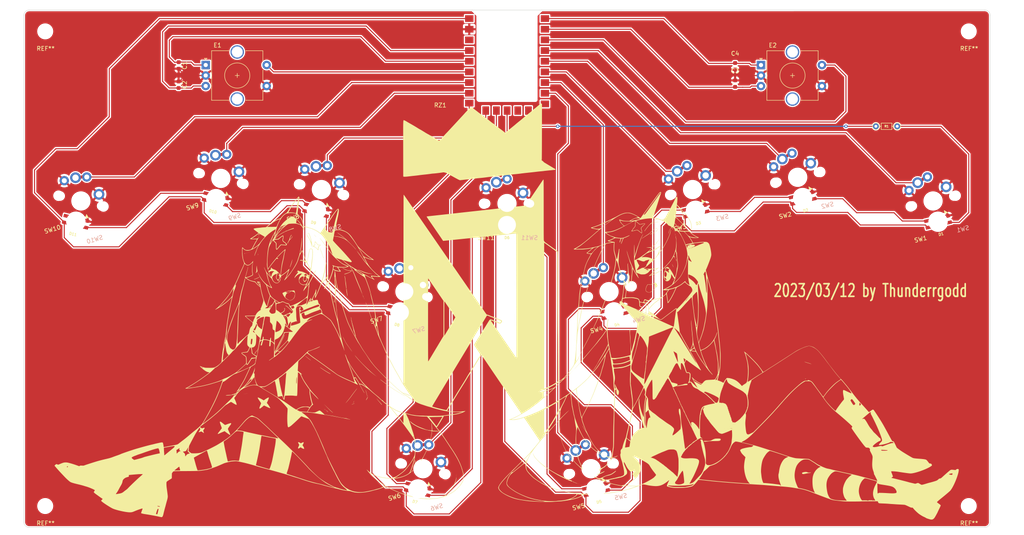
<source format=kicad_pcb>
(kicad_pcb (version 20211014) (generator pcbnew)
  (title_block (title "DJMAX AND etc Controller"))
  (layers (0 "F.Cu" signal) (31 "B.Cu" signal) (34 "B.Paste" user) (35 "F.Paste" user) (36 "B.SilkS" user "B.Silkscreen") (37 "F.SilkS" user "F.Silkscreen") (38 "B.Mask" user) (39 "F.Mask" user) (44 "Edge.Cuts" user))
  (net 0 "")
  (net 1 "GND")
  (net 2 "Net-(RZ1-Pad19)")
  (net 3 "5v")
  (net 4 "Net-(D1-Pad2)")
  (net 5 "Net-(D1-Pad4)")
  (net 6 "Net-(D2-Pad2)")
  (net 7 "Net-(D3-Pad2)")
  (net 8 "Net-(D4-Pad2)")
  (net 9 "Net-(D5-Pad2)")
  (net 10 "Net-(D6-Pad2)")
  (net 11 "Net-(D7-Pad2)")
  (net 12 "Net-(D8-Pad2)")
  (net 13 "Net-(D10-Pad4)")
  (net 14 "Net-(D10-Pad2)")
  (net 16 "Net-(R1-Pad1)")
  (net 17 "Net-(C3-Pad2)")
  (net 18 "Net-(RZ1-Pad4)")
  (net 19 "Net-(RZ1-Pad5)")
  (net 22 "Net-(RZ1-Pad12)")
  (net 23 "Net-(RZ1-Pad13)")
  (net 24 "Net-(RZ1-Pad14)")
  (net 25 "Net-(RZ1-Pad15)")
  (net 26 "Net-(RZ1-Pad16)")
  (net 27 "Net-(RZ1-Pad17)")
  (net 29 "Net-(RZ1-Pad6)")
  (net 30 "Net-(RZ1-Pad7)")
  (net 31 "Net-(RZ1-Pad8)")
  (net 32 "Net-(C2-Pad2)")
  (net 33 "Net-(C4-Pad1)")
  (net 34 "Net-(E1-PadS2)")
  (net 35 "Net-(E2-PadS2)")
  (footprint "acheron_MX:MCX100" (layer "F.Cu") (at 180.674151 71.955806 13.5)
    (fp_text reference "SW3")
    (fp_text value "${REFERENCE}")
  )
  (footprint "Rotary_Encoder:RotaryEncoder_Alps_EC11E-Switch_Vertical_H20mm_CircularMountingHoles" (layer "F.Cu") (at 196.95 42.311371)
    (fp_text reference "E2")
    (fp_text value "RotaryEncoder_Switch")
  )
  (footprint "Keebio-Parts:Mounting hole 3.2mm M3 eco1" (layer "F.Cu") (at 26.67 34.29)
    (fp_text reference "REF**")
    (fp_text value "Mounting hole 3.2mm M3 eco1")
  )
  (footprint "acheron_MX:MCX100" (layer "F.Cu") (at 237.889622 74.674229 13.5)
    (fp_text reference "SW1")
    (fp_text value "${REFERENCE}")
  )
  (footprint "acheron_Components:SK6812MINI_3535_6028_3.2x2.8mm_Round" (layer "F.Cu") (at 161.986267 101.206607 13.5)
    (fp_text reference "D4")
    (fp_text value "SK6812MINI-E")
  )
  (footprint "Capacitor_SMD:C_0603_1608Metric" (layer "F.Cu") (at 58.42 42.4 -90)
    (fp_text reference "C1")
    (fp_text value "C_Small")
  )
  (footprint "acheron_Components:SK6812MINI_3535_6028_3.2x2.8mm_Round" (layer "F.Cu") (at 136.524823 80.371371)
    (fp_text reference "D6")
    (fp_text value "SK6812MINI-E")
  )
  (footprint "acheron_MX:MCX100" (layer "F.Cu") (at 35.160138 74.674706 -13.5)
    (fp_text reference "SW10")
    (fp_text value "${REFERENCE}")
  )
  (footprint "acheron_MX:MCX100" (layer "F.Cu") (at 160.800364 96.266968 13.5)
    (fp_text reference "SW4")
    (fp_text value "${REFERENCE}")
  )
  (footprint "acheron_Components:SK6812MINI_3535_6028_3.2x2.8mm_Round" (layer "F.Cu") (at 157.710903 143.369639 13.5)
    (fp_text reference "D5")
    (fp_text value "SK6812MINI-E")
  )
  (footprint "acheron_Components:SK6812MINI_3535_6028_3.2x2.8mm_Round" (layer "F.Cu") (at 33.974235 79.614345 -13.5)
    (fp_text reference "D11")
    (fp_text value "SK6812MINI-E")
  )
  (footprint "Library:hnm" (layer "F.Cu") (at 135.89 101.092)
    (fp_text reference "2023/03/12 by Thunderrgodd")
    (fp_text value "LOGO" hide)
  )
  (footprint "acheron_MX:MCX100" (layer "F.Cu") (at 136.524823 75.291371)
    (fp_text reference "SW11")
    (fp_text value "${REFERENCE}")
  )
  (footprint "acheron_Components:R_THT_5.08mm_Horizontal" (layer "F.Cu") (at 226.822 56.896)
    (fp_text reference "R1")
    (fp_text value "R_Small")
  )
  (footprint "Keebio-Parts:Mounting hole 3.2mm M3 eco1" (layer "F.Cu") (at 246.38 34.29)
    (fp_text reference "REF**")
    (fp_text value "Mounting hole 3.2mm M3 eco1")
  )
  (footprint "acheron_MX:MCX100" (layer "F.Cu") (at 205.683735 69.036782 13.5)
    (fp_text reference "SW2")
    (fp_text value "${REFERENCE}")
  )
  (footprint "Rotary_Encoder:RotaryEncoder_Alps_EC11E-Switch_Vertical_H20mm_CircularMountingHoles" (layer "F.Cu") (at 64.85 42.3)
    (fp_text reference "E1")
    (fp_text value "RotaryEncoder_Switch")
  )
  (footprint "acheron_Components:SK6812MINI_3535_6028_3.2x2.8mm_Round" (layer "F.Cu") (at 239.075525 79.613868 13.5)
    (fp_text reference "D1")
    (fp_text value "SK6812MINI-E")
  )
  (footprint "acheron_MX:MCX100" (layer "F.Cu") (at 92.375608 71.956283 -13.5)
    (fp_text reference "SW8")
    (fp_text value "${REFERENCE}")
  )
  (footprint "Keebio-Parts:Mounting hole 3.2mm M3 eco1" (layer "F.Cu") (at 246.38 147.32)
    (fp_text reference "REF**")
    (fp_text value "Mounting hole 3.2mm M3 eco1")
  )
  (footprint "acheron_MX:MCX100" (layer "F.Cu") (at 116.52476 138.430477 -13.5)
    (fp_text reference "SW6")
    (fp_text value "${REFERENCE}")
  )
  (footprint "acheron_Components:SK6812MINI_3535_6028_3.2x2.8mm_Round" (layer "F.Cu") (at 181.359282 77.015669 13.5)
    (fp_text reference "D3")
    (fp_text value "SK6812MINI-E")
  )
  (footprint "acheron_Components:SK6812MINI_3535_6028_3.2x2.8mm_Round" (layer "F.Cu") (at 206.869637 73.97642 13.5)
    (fp_text reference "D2")
    (fp_text value "SK6812MINI-E")
  )
  (footprint "acheron_Components:SK6812MINI_3535_6028_3.2x2.8mm_Round" (layer "F.Cu") (at 91.189707 76.895921 -13.5)
    (fp_text reference "D9")
    (fp_text value "SK6812MINI-E")
  )
  (footprint "Keebio-Parts:RP2040-Zero (1)" (layer "F.Cu") (at 127.549823 53.151371)
    (fp_text reference "RZ1")
    (fp_text value "RP2040-Zero")
  )
  (footprint "acheron_MX:MCX100" (layer "F.Cu") (at 156.525 138.43 13.5)
    (fp_text reference "SW5")
    (fp_text value "${REFERENCE}")
  )
  (footprint "acheron_MX:MCX100" (layer "F.Cu") (at 68.45508 69.298717 -13.5)
    (fp_text reference "SW9")
    (fp_text value "${REFERENCE}")
  )
  (footprint "Capacitor_SMD:C_0603_1608Metric" (layer "F.Cu") (at 58.4 47 -90)
    (fp_text reference "C2")
    (fp_text value "C_Small")
  )
  (footprint "acheron_MX:MCX100" (layer "F.Cu") (at 112.249396 96.267445 -13.5)
    (fp_text reference "SW7")
    (fp_text value "${REFERENCE}")
  )
  (footprint "Capacitor_SMD:C_0603_1608Metric" (layer "F.Cu") (at 190.8 42.6 -90)
    (fp_text reference "C4")
    (fp_text value "C_Small")
  )
  (footprint "Capacitor_SMD:C_0603_1608Metric" (layer "F.Cu") (at 190.799996 46.735825 -90)
    (fp_text reference "C3")
    (fp_text value "C_Small")
  )
  (footprint "acheron_Components:SK6812MINI_3535_6028_3.2x2.8mm_Round" (layer "F.Cu") (at 115.338857 143.370116 -13.5)
    (fp_text reference "D7")
    (fp_text value "SK6812MINI-E")
  )
  (footprint "acheron_Components:SK6812MINI_3535_6028_3.2x2.8mm_Round" (layer "F.Cu") (at 67.269177 74.238357 -13.5)
    (fp_text reference "D10")
    (fp_text value "SK6812MINI-E")
  )
  (footprint "Keebio-Parts:Mounting hole 3.2mm M3 eco1" (layer "F.Cu") (at 26.67 147.32)
    (fp_text reference "REF**")
    (fp_text value "Mounting hole 3.2mm M3 eco1")
  )
  (footprint "acheron_Components:SK6812MINI_3535_6028_3.2x2.8mm_Round" (layer "F.Cu") (at 111.063493 101.207085 -13.5)
    (fp_text reference "D8")
    (fp_text value "SK6812MINI-E")
  )
  (gr_arc (start 21.59 30.48) (mid 21.961955 29.581955) (end 22.86 29.21) (layer "Edge.Cuts") (width 0.1))
  (gr_line (start 251.46 30.48) (end 251.46 151.28) (layer "Edge.Cuts") (width 0.1))
  (gr_arc (start 251.46 151.28) (mid 251.036655 152.080002) (end 250.19 152.4) (layer "Edge.Cuts") (width 0.1))
  (gr_arc (start 22.86 152.4) (mid 21.961974 152.028026) (end 21.59 151.13) (layer "Edge.Cuts") (width 0.1))
  (gr_line (start 21.59 30.48) (end 21.59 151.13) (layer "Edge.Cuts") (width 0.1))
  (gr_line (start 250.19 152.4) (end 22.86 152.4) (layer "Edge.Cuts") (width 0.1))
  (gr_arc (start 250.2 29.2) (mid 251.092159 29.581937) (end 251.46 30.48) (layer "Edge.Cuts") (width 0.1))
  (gr_line (start 144.78 29.21) (end 250.2 29.2) (layer "Edge.Cuts") (width 0.1))
  (gr_line (start 128.27 29.21) (end 22.86 29.21) (layer "Edge.Cuts") (width 0.1))
  (gr_line (start 128.27 29.21) (end 144.78 29.21) (layer "Edge.Cuts") (width 0.1))
  (segment (start 195.011371 44.811371) (end 193.911371 45.911371) (width 0.25) (layer "F.Cu") (net 1))
  (segment (start 58.4 46.205) (end 58.42 46.225) (width 0.25) (layer "F.Cu") (net 1))
  (segment (start 58.575 46.225) (end 58.42 46.225) (width 0.25) (layer "F.Cu") (net 1))
  (segment (start 193.861917 45.960825) (end 193.911371 45.911371) (width 0.25) (layer "F.Cu") (net 1))
  (segment (start 193.575 43.375) (end 190.8 43.375) (width 0.25) (layer "F.Cu") (net 1))
  (segment (start 195.011371 44.811371) (end 193.575 43.375) (width 0.25) (layer "F.Cu") (net 1))
  (segment (start 60 44.8) (end 58.4 43.2) (width 0.25) (layer "F.Cu") (net 1))
  (segment (start 196.95 44.811371) (end 195.011371 44.811371) (width 0.25) (layer "F.Cu") (net 1))
  (segment (start 190.799996 45.960825) (end 193.861917 45.960825) (width 0.25) (layer "F.Cu") (net 1))
  (segment (start 60 44.8) (end 58.575 46.225) (width 0.25) (layer "F.Cu") (net 1))
  (segment (start 64.85 44.8) (end 60 44.8) (width 0.25) (layer "F.Cu") (net 1))
  (segment (start 192.600004 46.049996) (end 192.6 46.05) (width 0.25) (layer "F.Cu") (net 1))
  (segment (start 64.85 42.3) (end 62.1 42.3) (width 0.25) (layer "F.Cu") (net 2))
  (segment (start 56.2 36.4) (end 57.04 35.56) (width 0.25) (layer "F.Cu") (net 2))
  (segment (start 57.04 35.56) (end 101.76 35.56) (width 0.25) (layer "F.Cu") (net 2))
  (segment (start 62.1 42.3) (end 61.4 41.6) (width 0.25) (layer "F.Cu") (net 2))
  (segment (start 107.601371 41.401371) (end 127.549823 41.401371) (width 0.25) (layer "F.Cu") (net 2))
  (segment (start 101.76 35.56) (end 107.601371 41.401371) (width 0.25) (layer "F.Cu") (net 2))
  (segment (start 57.45 41.65) (end 56.2 40.4) (width 0.25) (layer "F.Cu") (net 2))
  (segment (start 56.2 40.4) (end 56.2 36.4) (width 0.25) (layer "F.Cu") (net 2))
  (segment (start 61.4 41.6) (end 58.45 41.6) (width 0.25) (layer "F.Cu") (net 2))
  (segment (start 58.45 41.6) (end 58.4 41.65) (width 0.25) (layer "F.Cu") (net 2))
  (segment (start 58.4 41.65) (end 57.45 41.65) (width 0.25) (layer "F.Cu") (net 2))
  (segment (start 104.394 129.54) (end 104.394 139.446) (width 0.25) (layer "F.Cu") (net 3))
  (segment (start 130.302 141.698) (end 130.302 81.788) (width 0.25) (layer "F.Cu") (net 3))
  (segment (start 160.2 105) (end 168.2 105) (width 0.25) (layer "F.Cu") (net 3))
  (segment (start 122.8 149.2) (end 130.302 141.698) (width 0.25) (layer "F.Cu") (net 3))
  (segment (start 220.6 80.4) (end 236.054608 80.4) (width 0.25) (layer "F.Cu") (net 3))
  (segment (start 127.549823 31.241371) (end 53.848629 31.241371) (width 0.25) (layer "F.Cu") (net 3))
  (segment (start 104.394 139.446) (end 107.696 142.748) (width 0.25) (layer "F.Cu") (net 3))
  (segment (start 168.2 127.2) (end 154.178 113.178) (width 0.25) (layer "F.Cu") (net 3))
  (segment (start 41.91 54.61) (end 34.29 62.23) (width 0.25) (layer "F.Cu") (net 3))
  (segment (start 159.579713 102.607102) (end 159.579713 104.379713) (width 0.25) (layer "F.Cu") (net 3))
  (segment (start 159.080611 102.108) (end 159.579713 102.607102) (width 0.25) (layer "F.Cu") (net 3))
  (segment (start 131.572 80.518) (end 133.204452 80.518) (width 0.25) (layer "F.Cu") (net 3))
  (segment (start 205.4 77.4) (end 217.6 77.4) (width 0.25) (layer "F.Cu") (net 3))
  (segment (start 136 108.314) (end 136 131.936) (width 0.25) (layer "F.Cu") (net 3))
  (segment (start 204.463083 75.376915) (end 204.463083 76.463083) (width 0.25) (layer "F.Cu") (net 3))
  (segment (start 159.579713 104.379713) (end 160.2 105) (width 0.25) (layer "F.Cu") (net 3))
  (segment (start 133.204452 80.518) (end 133.857823 81.171371) (width 0.25) (layer "F.Cu") (net 3))
  (segment (start 99.06 100.584) (end 107.505044 100.584) (width 0.25) (layer "F.Cu") (net 3))
  (segment (start 165.4 148.8) (end 168.2 146) (width 0.25) (layer "F.Cu") (net 3))
  (segment (start 204.016168 74.93) (end 204.463083 75.376915) (width 0.25) (layer "F.Cu") (net 3))
  (segment (start 190.6 81.8) (end 197.47 74.93) (width 0.25) (layer "F.Cu") (net 3))
  (segment (start 178.514564 77.978) (end 178.952728 78.416164) (width 0.25) (layer "F.Cu") (net 3))
  (segment (start 136 131.936) (end 148.082 144.018) (width 0.25) (layer "F.Cu") (net 3))
  (segment (start 154.178 144.018) (end 154.686 144.526) (width 0.25) (layer "F.Cu") (net 3))
  (segment (start 133.857823 81.171371) (end 133.857823 106.171823) (width 0.25) (layer "F.Cu") (net 3))
  (segment (start 111.781377 142.748) (end 112.55879 143.525413) (width 0.25) (layer "F.Cu") (net 3))
  (segment (start 41.91 43.18) (end 41.91 54.61) (width 0.25) (layer "F.Cu") (net 3))
  (segment (start 80.22 79.8) (end 84.22 75.8) (width 0.25) (layer "F.Cu") (net 3))
  (segment (start 24.13 67.31) (end 24.13 72.705474) (width 0.25) (layer "F.Cu") (net 3))
  (segment (start 64.48911 74.393654) (end 64.48911 77.48911) (width 0.25) (layer "F.Cu") (net 3))
  (segment (start 154.178 104.902) (end 156.972 102.108) (width 0.25) (layer "F.Cu") (net 3))
  (segment (start 173.2 100) (end 173.2 80.546) (width 0.25) (layer "F.Cu") (net 3))
  (segment (start 87.158422 75.8) (end 88.40964 77.051218) (width 0.25) (layer "F.Cu") (net 3))
  (segment (start 53.848629 31.241371) (end 41.91 43.18) (width 0.25) (layer "F.Cu") (net 3))
  (segment (start 44.2 85.6) (end 56.14 73.66) (width 0.25) (layer "F.Cu") (net 3))
  (segment (start 133.857823 106.171823) (end 136 108.314) (width 0.25) (layer "F.Cu") (net 3))
  (segment (start 108.283426 101.362382) (end 108.283426 125.650574) (width 0.25) (layer "F.Cu") (net 3))
  (segment (start 178.952728 78.416164) (end 178.952728 80.352728) (width 0.25) (layer "F.Cu") (net 3))
  (segment (start 157 148.8) (end 165.4 148.8) (width 0.25) (layer "F.Cu") (net 3))
  (segment (start 108.283426 125.650574) (end 104.394 129.54) (width 0.25) (layer "F.Cu") (net 3))
  (segment (start 84.22 75.8) (end 87.158422 75.8) (width 0.25) (layer "F.Cu") (net 3))
  (segment (start 107.505044 100.584) (end 108.283426 101.362382) (width 0.25) (layer "F.Cu") (net 3))
  (segment (start 88.40964 89.93364) (end 99.06 100.584) (width 0.25) (layer "F.Cu") (net 3))
  (segment (start 24.13 72.705474) (end 31.194168 79.769642) (width 0.25) (layer "F.Cu") (net 3))
  (segment (start 175.768 77.978) (end 178.514564 77.978) (width 0.25) (layer "F.Cu") (net 3))
  (segment (start 168.2 105) (end 173.2 100) (width 0.25) (layer "F.Cu") (net 3))
  (segment (start 34.29 62.23) (end 29.21 62.23) (width 0.25) (layer "F.Cu") (net 3))
  (segment (start 180.4 81.8) (end 190.6 81.8) (width 0.25) (layer "F.Cu") (net 3))
  (segment (start 168.2 146) (end 168.2 127.2) (width 0.25) (layer "F.Cu") (net 3))
  (segment (start 31.2 83.4) (end 33.4 85.6) (width 0.25) (layer "F.Cu") (net 3))
  (segment (start 56.14 73.66) (end 63.755456 73.66) (width 0.25) (layer "F.Cu") (net 3))
  (segment (start 114.402 149.2) (end 122.8 149.2) (width 0.25) (layer "F.Cu") (net 3))
  (segment (start 148.082 144.018) (end 154.178 144.018) (width 0.25) (layer "F.Cu") (net 3))
  (segment (start 178.952728 80.352728) (end 180.4 81.8) (width 0.25) (layer "F.Cu") (net 3))
  (segment (start 33.4 85.6) (end 44.2 85.6) (width 0.25) (layer "F.Cu") (net 3))
  (segment (start 112.55879 147.35679) (end 114.402 149.2) (width 0.25) (layer "F.Cu") (net 3))
  (segment (start 63.755456 73.66) (end 64.48911 74.393654) (width 0.25) (layer "F.Cu") (net 3))
  (segment (start 88.40964 77.051218) (end 88.40964 89.93364) (width 0.25) (layer "F.Cu") (net 3))
  (segment (start 154.178 113.178) (end 154.178 104.902) (width 0.25) (layer "F.Cu") (net 3))
  (segment (start 107.696 142.748) (end 111.781377 142.748) (width 0.25) (layer "F.Cu") (net 3))
  (segment (start 29.21 62.23) (end 24.13 67.31) (width 0.25) (layer "F.Cu") (net 3))
  (segment (start 197.47 74.93) (end 204.016168 74.93) (width 0.25) (layer "F.Cu") (net 3))
  (segment (start 217.6 77.4) (end 220.6 80.4) (width 0.25) (layer "F.Cu") (net 3))
  (segment (start 156.972 102.108) (end 159.080611 102.108) (width 0.25) (layer "F.Cu") (net 3))
  (segment (start 173.2 80.546) (end 175.768 77.978) (width 0.25) (layer "F.Cu") (net 3))
  (segment (start 112.55879 143.525413) (end 112.55879 147.35679) (width 0.25) (layer "F.Cu") (net 3))
  (segment (start 66.8 79.8) (end 80.22 79.8) (width 0.25) (layer "F.Cu") (net 3))
  (segment (start 31.194168 79.769642) (end 31.2 79.775474) (width 0.25) (layer "F.Cu") (net 3))
  (segment (start 64.48911 77.48911) (end 66.8 79.8) (width 0.25) (layer "F.Cu") (net 3))
  (segment (start 31.2 79.775474) (end 31.2 83.4) (width 0.25) (layer "F.Cu") (net 3))
  (segment (start 204.463083 76.463083) (end 205.4 77.4) (width 0.25) (layer "F.Cu") (net 3))
  (segment (start 236.054608 80.4) (end 236.668971 81.014363) (width 0.25) (layer "F.Cu") (net 3))
  (segment (start 130.302 81.788) (end 131.572 80.518) (width 0.25) (layer "F.Cu") (net 3))
  (segment (start 155.304349 147.104349) (end 157 148.8) (width 0.25) (layer "F.Cu") (net 3))
  (segment (start 155.304349 144.770134) (end 155.304349 147.104349) (width 0.25) (layer "F.Cu") (net 3))
  (segment (start 219.71 77.47) (end 228.6 77.47) (width 0.25) (layer "F.Cu") (net 4))
  (segment (start 230.582641 79.452641) (end 236.320156 79.452641) (width 0.25) (layer "F.Cu") (net 4))
  (segment (start 209.625006 74.137647) (end 216.377647 74.137647) (width 0.25) (layer "F.Cu") (net 4))
  (segment (start 228.6 77.47) (end 230.582641 79.452641) (width 0.25) (layer "F.Cu") (net 4))
  (segment (start 216.377647 74.137647) (end 219.71 77.47) (width 0.25) (layer "F.Cu") (net 4))
  (segment (start 229.362 56.896) (end 239.776 56.896) (width 0.25) (layer "F.Cu") (net 5))
  (segment (start 246.38 77.47) (end 246.38 63.5) (width 0.25) (layer "F.Cu") (net 5))
  (segment (start 239.776 56.896) (end 246.38 63.5) (width 0.25) (layer "F.Cu") (net 5))
  (segment (start 241.830894 79.775095) (end 244.074905 79.775095) (width 0.25) (layer "F.Cu") (net 5))
  (segment (start 244.074905 79.775095) (end 246.38 77.47) (width 0.25) (layer "F.Cu") (net 5))
  (segment (start 184.114651 77.176896) (end 192.063104 77.176896) (width 0.25) (layer "F.Cu") (net 6))
  (segment (start 192.063104 77.176896) (end 195.424807 73.815193) (width 0.25) (layer "F.Cu") (net 6))
  (segment (start 195.424807 73.815193) (end 204.114268 73.815193) (width 0.25) (layer "F.Cu") (net 6))
  (segment (start 171.45 97.79) (end 171.45 78.74) (width 0.25) (layer "F.Cu") (net 7))
  (segment (start 167.872166 101.367834) (end 171.45 97.79) (width 0.25) (layer "F.Cu") (net 7))
  (segment (start 164.741636 101.367834) (end 167.872166 101.367834) (width 0.25) (layer "F.Cu") (net 7))
  (segment (start 173.335558 76.854442) (end 178.603913 76.854442) (width 0.25) (layer "F.Cu") (net 7))
  (segment (start 171.45 78.74) (end 173.335558 76.854442) (width 0.25) (layer "F.Cu") (net 7))
  (segment (start 153.67 100.33) (end 158.515518 100.33) (width 0.25) (layer "F.Cu") (net 8))
  (segment (start 151.13 102.87) (end 153.67 100.33) (width 0.25) (layer "F.Cu") (net 8))
  (segment (start 151.13 119.38) (end 151.13 102.87) (width 0.25) (layer "F.Cu") (net 8))
  (segment (start 163.809134 143.530866) (end 166.37 140.97) (width 0.25) (layer "F.Cu") (net 8))
  (segment (start 158.515518 100.33) (end 159.230898 101.04538) (width 0.25) (layer "F.Cu") (net 8))
  (segment (start 166.37 128.27) (end 161.29 123.19) (width 0.25) (layer "F.Cu") (net 8))
  (segment (start 154.94 123.19) (end 151.13 119.38) (width 0.25) (layer "F.Cu") (net 8))
  (segment (start 166.37 140.97) (end 166.37 128.27) (width 0.25) (layer "F.Cu") (net 8))
  (segment (start 161.29 123.19) (end 154.94 123.19) (width 0.25) (layer "F.Cu") (net 8))
  (segment (start 160.466272 143.530866) (end 163.809134 143.530866) (width 0.25) (layer "F.Cu") (net 8))
  (segment (start 146.05 88.054948) (end 146.05 139.7) (width 0.25) (layer "F.Cu") (net 9))
  (segment (start 139.166423 81.171371) (end 146.05 88.054948) (width 0.25) (layer "F.Cu") (net 9))
  (segment (start 146.05 139.7) (end 149.558412 143.208412) (width 0.25) (layer "F.Cu") (net 9))
  (segment (start 149.558412 143.208412) (end 154.955534 143.208412) (width 0.25) (layer "F.Cu") (net 9))
  (segment (start 128.27 82.55) (end 131.248629 79.571371) (width 0.25) (layer "F.Cu") (net 10))
  (segment (start 131.248629 79.571371) (end 133.883223 79.571371) (width 0.25) (layer "F.Cu") (net 10))
  (segment (start 121.935319 144.764681) (end 128.27 138.43) (width 0.25) (layer "F.Cu") (net 10))
  (segment (start 128.27 138.43) (end 128.27 82.55) (width 0.25) (layer "F.Cu") (net 10))
  (segment (start 117.720713 144.764681) (end 121.935319 144.764681) (width 0.25) (layer "F.Cu") (net 10))
  (segment (start 113.445349 102.60165) (end 114.2 103.356301) (width 0.25) (layer "F.Cu") (net 11))
  (segment (start 114.2 122.6) (end 107.95 128.85) (width 0.25) (layer "F.Cu") (net 11))
  (segment (start 110.225551 141.975551) (end 112.957001 141.975551) (width 0.25) (layer "F.Cu") (net 11))
  (segment (start 107.95 139.7) (end 110.225551 141.975551) (width 0.25) (layer "F.Cu") (net 11))
  (segment (start 107.95 128.85) (end 107.95 139.7) (width 0.25) (layer "F.Cu") (net 11))
  (segment (start 114.2 103.356301) (end 114.2 122.6) (width 0.25) (layer "F.Cu") (net 11))
  (segment (start 93.571563 78.290486) (end 93.571563 93.571563) (width 0.25) (layer "F.Cu") (net 12))
  (segment (start 93.571563 93.571563) (end 99.81252 99.81252) (width 0.25) (layer "F.Cu") (net 12))
  (segment (start 99.81252 99.81252) (end 108.681637 99.81252) (width 0.25) (layer "F.Cu") (net 12))
  (segment (start 71.218111 77.2) (end 80.28 77.2) (width 0.25) (layer "F.Cu") (net 13))
  (segment (start 87.906495 74.6) (end 88.807851 75.501356) (width 0.25) (layer "F.Cu") (net 13))
  (segment (start 80.28 77.2) (end 82.88 74.6) (width 0.25) (layer "F.Cu") (net 13))
  (segment (start 82.88 74.6) (end 87.906495 74.6) (width 0.25) (layer "F.Cu") (net 13))
  (segment (start 69.651033 75.632922) (end 71.218111 77.2) (width 0.25) (layer "F.Cu") (net 13))
  (segment (start 45.99109 81.00891) (end 54.156208 72.843792) (width 0.25) (layer "F.Cu") (net 14))
  (segment (start 36.356091 81.00891) (end 45.99109 81.00891) (width 0.25) (layer "F.Cu") (net 14))
  (segment (start 54.156208 72.843792) (end 64.887321 72.843792) (width 0.25) (layer "F.Cu") (net 14))
  (segment (start 224.282 56.896) (end 217.17 56.896) (width 0.25) (layer "F.Cu") (net 16))
  (segment (start 141.629823 55.777823) (end 141.629823 53.151371) (width 0.25) (layer "F.Cu") (net 16))
  (segment (start 142.748 56.896) (end 141.629823 55.777823) (width 0.25) (layer "F.Cu") (net 16))
  (segment (start 148.59 56.896) (end 142.748 56.896) (width 0.25) (layer "F.Cu") (net 16))
  (via (at 148.59 56.896) (size 0.8) (drill 0.4) (layers "F.Cu" "B.Cu") (net 16))
  (via (at 217.17 56.896) (size 0.8) (drill 0.4) (layers "F.Cu" "B.Cu") (net 16))
  (segment (start 148.59 56.896) (end 217.17 56.896) (width 0.25) (layer "B.Cu") (net 16))
  (segment (start 192.6 47.6) (end 179.8 47.6) (width 0.25) (layer "F.Cu") (net 17))
  (segment (start 165.981371 33.781371) (end 145.549823 33.781371) (width 0.25) (layer "F.Cu") (net 17))
  (segment (start 194.688629 47.311371) (end 194.4 47.6) (width 0.25) (layer "F.Cu") (net 17))
  (segment (start 196.95 47.311371) (end 194.688629 47.311371) (width 0.25) (layer "F.Cu") (net 17))
  (segment (start 194.4 47.6) (end 192.6 47.6) (width 0.25) (layer "F.Cu") (net 17))
  (segment (start 179.8 47.6) (end 165.981371 33.781371) (width 0.25) (layer "F.Cu") (net 17))
  (segment (start 234.2339 70.327541) (end 229.077541 70.327541) (width 0.25) (layer "F.Cu") (net 18))
  (segment (start 217.17 58.42) (end 177.8 58.42) (width 0.25) (layer "F.Cu") (net 18))
  (segment (start 229.077541 70.327541) (end 217.17 58.42) (width 0.25) (layer "F.Cu") (net 18))
  (segment (start 158.241371 38.861371) (end 145.549823 38.861371) (width 0.25) (layer "F.Cu") (net 18))
  (segment (start 177.8 58.42) (end 158.241371 38.861371) (width 0.25) (layer "F.Cu") (net 18))
  (segment (start 155.701371 41.401371) (end 145.549823 41.401371) (width 0.25) (layer "F.Cu") (net 19))
  (segment (start 175.26 60.96) (end 155.701371 41.401371) (width 0.25) (layer "F.Cu") (net 19))
  (segment (start 202.028013 64.690094) (end 198.297919 60.96) (width 0.25) (layer "F.Cu") (net 19))
  (segment (start 198.297919 60.96) (end 175.26 60.96) (width 0.25) (layer "F.Cu") (net 19))
  (segment (start 136.549823 69.416371) (end 136.549823 53.151371) (width 0.25) (layer "F.Cu") (net 22))
  (segment (start 123.19 127.454201) (end 123.19 74.422) (width 0.25) (layer "F.Cu") (net 23))
  (segment (start 132.08 65.532) (end 132.08 62.992) (width 0.25) (layer "F.Cu") (net 23))
  (segment (start 123.19 74.422) (end 132.08 65.532) (width 0.25) (layer "F.Cu") (net 23))
  (segment (start 132.08 62.992) (end 134.009823 61.062177) (width 0.25) (layer "F.Cu") (net 23))
  (segment (start 117.920561 132.72364) (end 123.19 127.454201) (width 0.25) (layer "F.Cu") (net 23))
  (segment (start 134.009823 61.062177) (end 134.009823 53.151371) (width 0.25) (layer "F.Cu") (net 23))
  (segment (start 113.645197 90.316803) (end 113.792 90.17) (width 0.25) (layer "F.Cu") (net 24))
  (segment (start 113.645197 90.560608) (end 113.645197 77.362803) (width 0.25) (layer "F.Cu") (net 24))
  (segment (start 131.469823 59.538177) (end 131.469823 53.151371) (width 0.25) (layer "F.Cu") (net 24))
  (segment (start 113.645197 90.560608) (end 113.645197 90.316803) (width 0.25) (layer "F.Cu") (net 24))
  (segment (start 113.645197 77.362803) (end 131.469823 59.538177) (width 0.25) (layer "F.Cu") (net 24))
  (segment (start 97.79 59.69) (end 122.555 59.69) (width 0.25) (layer "F.Cu") (net 25))
  (segment (start 93.771409 66.249446) (end 93.771409 63.708591) (width 0.25) (layer "F.Cu") (net 25))
  (segment (start 93.771409 63.708591) (end 97.79 59.69) (width 0.25) (layer "F.Cu") (net 25))
  (segment (start 127.549823 54.695177) (end 127.549823 51.373371) (width 0.25) (layer "F.Cu") (net 25))
  (segment (start 122.555 59.69) (end 127.549823 54.695177) (width 0.25) (layer "F.Cu") (net 25))
  (segment (start 69.850881 63.59188) (end 69.850881 60.960881) (width 0.25) (layer "F.Cu") (net 26))
  (segment (start 73.66 57.15) (end 101.6 57.15) (width 0.25) (layer "F.Cu") (net 26))
  (segment (start 69.850881 60.960881) (end 69.85 60.96) (width 0.25) (layer "F.Cu") (net 26))
  (segment (start 109.728629 49.021371) (end 127.549823 49.021371) (width 0.25) (layer "F.Cu") (net 26))
  (segment (start 69.85 60.96) (end 73.66 57.15) (width 0.25) (layer "F.Cu") (net 26))
  (segment (start 101.6 57.15) (end 109.728629 49.021371) (width 0.25) (layer "F.Cu") (net 26))
  (segment (start 47.872131 68.967869) (end 62.23 54.61) (width 0.25) (layer "F.Cu") (net 27))
  (segment (start 91.44 54.61) (end 99.568629 46.481371) (width 0.25) (layer "F.Cu") (net 27))
  (segment (start 62.23 54.61) (end 91.44 54.61) (width 0.25) (layer "F.Cu") (net 27))
  (segment (start 99.568629 46.481371) (end 127.549823 46.481371) (width 0.25) (layer "F.Cu") (net 27))
  (segment (start 36.555939 68.967869) (end 47.872131 68.967869) (width 0.25) (layer "F.Cu") (net 27))
  (segment (start 150.621371 43.941371) (end 145.549823 43.941371) (width 0.25) (layer "F.Cu") (net 29))
  (segment (start 174.289118 67.609118) (end 150.621371 43.941371) (width 0.25) (layer "F.Cu") (net 29))
  (segment (start 177.018429 67.609118) (end 174.289118 67.609118) (width 0.25) (layer "F.Cu") (net 29))
  (segment (start 159.453182 90.548459) (end 159.453182 56.583182) (width 0.25) (layer "F.Cu") (net 30))
  (segment (start 149.351371 46.481371) (end 145.549823 46.481371) (width 0.25) (layer "F.Cu") (net 30))
  (segment (start 159.453182 56.583182) (end 149.351371 46.481371) (width 0.25) (layer "F.Cu") (net 30))
  (segment (start 151.13 52.07) (end 148.081371 49.021371) (width 0.25) (layer "F.Cu") (net 31))
  (segment (start 151.13 60.96) (end 151.13 52.07) (width 0.25) (layer "F.Cu") (net 31))
  (segment (start 148.59 129.804034) (end 148.59 63.5) (width 0.25) (layer "F.Cu") (net 31))
  (segment (start 148.59 63.5) (end 151.13 60.96) (width 0.25) (layer "F.Cu") (net 31))
  (segment (start 148.081371 49.021371) (end 145.549823 49.021371) (width 0.25) (layer "F.Cu") (net 31))
  (segment (start 152.869278 134.083312) (end 148.59 129.804034) (width 0.25) (layer "F.Cu") (net 31))
  (segment (start 108.861371 38.861371) (end 127.549823 38.861371) (width 0.25) (layer "F.Cu") (net 32))
  (segment (start 55.98 33.02) (end 103.02 33.02) (width 0.25) (layer "F.Cu") (net 32))
  (segment (start 61.9 47.3) (end 61.4 47.8) (width 0.25) (layer "F.Cu") (net 32))
  (segment (start 58.42 47.775) (end 56.175 47.775) (width 0.25) (layer "F.Cu") (net 32))
  (segment (start 64.85 47.3) (end 61.9 47.3) (width 0.25) (layer "F.Cu") (net 32))
  (segment (start 54.6 46.2) (end 54.6 34.4) (width 0.25) (layer "F.Cu") (net 32))
  (segment (start 54.6 34.4) (end 55.98 33.02) (width 0.25) (layer "F.Cu") (net 32))
  (segment (start 61.4 47.8) (end 58.445 47.8) (width 0.25) (layer "F.Cu") (net 32))
  (segment (start 58.445 47.8) (end 58.42 47.775) (width 0.25) (layer "F.Cu") (net 32))
  (segment (start 103.02 33.02) (end 108.861371 38.861371) (width 0.25) (layer "F.Cu") (net 32))
  (segment (start 56.175 47.775) (end 54.6 46.2) (width 0.25) (layer "F.Cu") (net 32))
  (segment (start 173.841371 31.241371) (end 145.549823 31.241371) (width 0.25) (layer "F.Cu") (net 33))
  (segment (start 196.95 42.311371) (end 196.843371 42.418) (width 0.25) (layer "F.Cu") (net 33))
  (segment (start 194.597196 42.311371) (end 194.2 41.914175) (width 0.25) (layer "F.Cu") (net 33))
  (segment (start 184.514175 41.914175) (end 173.841371 31.241371) (width 0.25) (layer "F.Cu") (net 33))
  (segment (start 192.600004 41.914175) (end 184.514175 41.914175) (width 0.25) (layer "F.Cu") (net 33))
  (segment (start 194.2 41.914175) (end 192.600004 41.914175) (width 0.25) (layer "F.Cu") (net 33))
  (segment (start 196.95 42.311371) (end 194.597196 42.311371) (width 0.25) (layer "F.Cu") (net 33))
  (segment (start 127.549823 43.941371) (end 80.991371 43.941371) (width 0.25) (layer "F.Cu") (net 34))
  (segment (start 80.991371 43.941371) (end 79.35 42.3) (width 0.25) (layer "F.Cu") (net 34))
  (segment (start 217.17 44.97) (end 217.17 53.34) (width 0.25) (layer "F.Cu") (net 35))
  (segment (start 211.45 42.311371) (end 214.511371 42.311371) (width 0.25) (layer "F.Cu") (net 35))
  (segment (start 159.511371 36.321371) (end 145.549823 36.321371) (width 0.25) (layer "F.Cu") (net 35))
  (segment (start 214.511371 42.311371) (end 217.17 44.97) (width 0.25) (layer "F.Cu") (net 35))
  (segment (start 214.63 55.88) (end 179.07 55.88) (width 0.25) (layer "F.Cu") (net 35))
  (segment (start 179.07 55.88) (end 159.511371 36.321371) (width 0.25) (layer "F.Cu") (net 35))
  (segment (start 217.17 53.34) (end 214.63 55.88) (width 0.25) (layer "F.Cu") (net 35))
  (zone (net 1) (net_name "GND") (layer "F.Cu") (connect_pads (clearance 0.3)) (min_thickness 0.1) (fill yes (thermal_gap 0.508) (thermal_bridge_width 0.508))
    (polygon (pts (xy 255.43 154.21) (xy 16.92 154.05) (xy 17.74 27.48) (xy 257.24 26.82)))
  )
)
</source>
